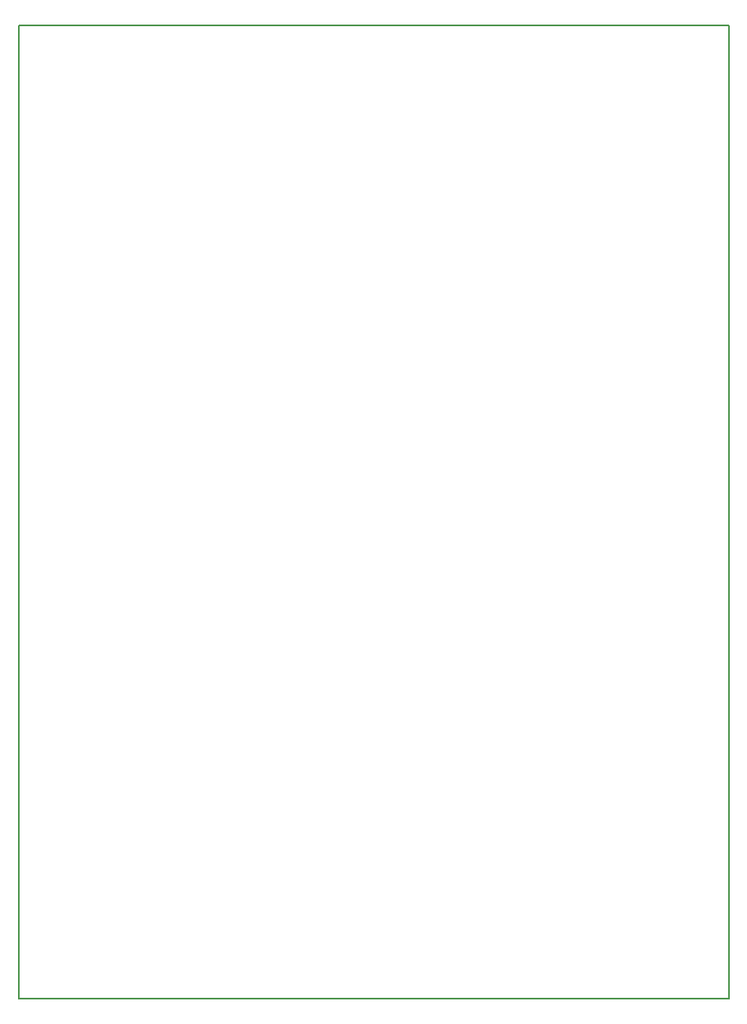
<source format=gm1>
G04 MADE WITH FRITZING*
G04 WWW.FRITZING.ORG*
G04 SINGLE SIDED*
G04 HOLES NOT PLATED*
G04 CONTOUR ON CENTER OF CONTOUR VECTOR*
%ASAXBY*%
%FSLAX23Y23*%
%MOIN*%
%OFA0B0*%
%SFA1.0B1.0*%
%ADD10R,2.897020X3.968590*%
%ADD11C,0.008000*%
%ADD10C,0.008*%
%LNCONTOUR*%
G90*
G70*
G54D10*
G54D11*
X4Y3965D02*
X2893Y3965D01*
X2893Y4D01*
X4Y4D01*
X4Y3965D01*
D02*
G04 End of contour*
M02*
</source>
